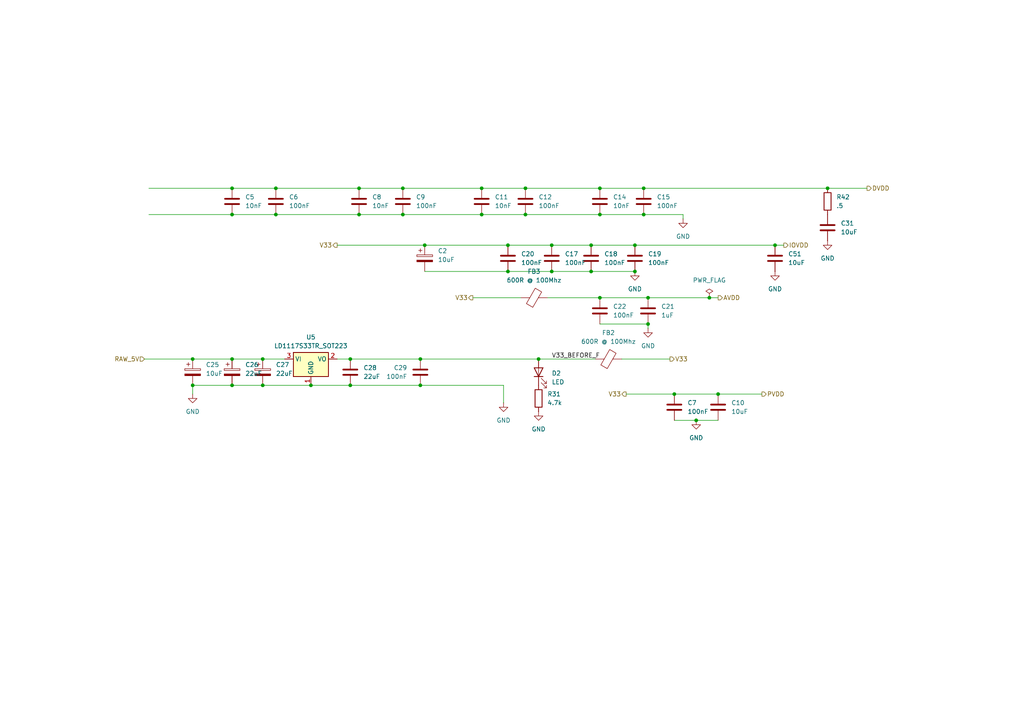
<source format=kicad_sch>
(kicad_sch (version 20231120) (generator "eeschema") (generator_version "8.0")
  (paper "A4")
  (lib_symbols
    (symbol "Device:C" (pin_numbers hide) (pin_names (offset 0.254))
      (property "Reference" "C" (at 0.635 2.54 0))
      (property "Value" "C" (at 0.635 -2.54 0))
      (symbol "C_0_1"
        (polyline (pts (xy -2.032 -0.762) (xy 2.032 -0.762)) (stroke (width 0.508)))
        (polyline (pts (xy -2.032 0.762) (xy 2.032 0.762)) (stroke (width 0.508)))
      )
      (symbol "C_1_1"
        (pin passive line (at 0 3.81 270) (length 2.794) (name "~") (number "1"))
        (pin passive line (at 0 -3.81 90) (length 2.794) (name "~") (number "2"))
      )
    )
    (symbol "Device:C_Polarized" (pin_numbers hide) (pin_names (offset 0.254))
      (property "Reference" "C" (at 0.635 2.54 0))
      (property "Value" "C_Polarized" (at 0.635 -2.54 0))
      (symbol "C_Polarized_0_1"
        (rectangle (start -2.286 0.508) (end 2.286 1.016))
        (polyline (pts (xy -1.778 2.286) (xy -0.762 2.286)))
        (polyline (pts (xy -1.27 2.794) (xy -1.27 1.778)))
        (rectangle (start 2.286 -0.508) (end -2.286 -1.016) (fill (type outline)))
      )
      (symbol "C_Polarized_1_1"
        (pin passive line (at 0 3.81 270) (length 2.794) (name "~") (number "1"))
        (pin passive line (at 0 -3.81 90) (length 2.794) (name "~") (number "2"))
      )
    )
    (symbol "Device:FerriteBead" (pin_numbers hide) (pin_names (offset 0))
      (property "Reference" "FB" (at -3.81 0.635 90))
      (property "Value" "FerriteBead" (at 3.81 0 90))
      (symbol "FerriteBead_0_1"
        (polyline (pts (xy 0 -1.27) (xy 0 -1.2192)))
        (polyline (pts (xy 0 1.27) (xy 0 1.2954)))
        (polyline (pts (xy -2.7686 0.4064) (xy -1.7018 2.2606) (xy 2.7686 -0.3048) (xy 1.6764 -2.159) (xy -2.7686 0.4064)))
      )
      (symbol "FerriteBead_1_1"
        (pin passive line (at 0 3.81 270) (length 2.54) (name "~") (number "1"))
        (pin passive line (at 0 -3.81 90) (length 2.54) (name "~") (number "2"))
      )
    )
    (symbol "Device:LED" (pin_numbers hide) (pin_names (offset 1.016) hide)
      (property "Reference" "D" (at 0 2.54 0))
      (property "Value" "LED" (at 0 -2.54 0))
      (symbol "LED_0_1"
        (polyline (pts (xy -1.27 -1.27) (xy -1.27 1.27)) (stroke (width 0.254)))
        (polyline (pts (xy -1.27 0) (xy 1.27 0)))
        (polyline (pts (xy 1.27 -1.27) (xy 1.27 1.27) (xy -1.27 0) (xy 1.27 -1.27)) (stroke (width 0.254)))
        (polyline (pts (xy -3.048 -0.762) (xy -4.572 -2.286) (xy -3.81 -2.286) (xy -4.572 -2.286) (xy -4.572 -1.524)))
        (polyline (pts (xy -1.778 -0.762) (xy -3.302 -2.286) (xy -2.54 -2.286) (xy -3.302 -2.286) (xy -3.302 -1.524)))
      )
      (symbol "LED_1_1"
        (pin passive line (at -3.81 0 0) (length 2.54) (name "K") (number "1"))
        (pin passive line (at 3.81 0 180) (length 2.54) (name "A") (number "2"))
      )
    )
    (symbol "Device:R" (pin_numbers hide) (pin_names (offset 0))
      (property "Reference" "R" (at 2.032 0 90))
      (property "Value" "R" (at 0 0 90))
      (symbol "R_0_1"
        (rectangle (start -1.016 -2.54) (end 1.016 2.54) (stroke (width 0.254)))
      )
      (symbol "R_1_1"
        (pin passive line (at 0 3.81 270) (length 1.27) (name "~") (number "1"))
        (pin passive line (at 0 -3.81 90) (length 1.27) (name "~") (number "2"))
      )
    )
    (symbol "Regulator_Linear:LD1117S33TR_SOT223"
      (property "Reference" "U" (at -3.81 3.175 0))
      (property "Value" "LD1117S33TR_SOT223" (at 0 3.175 0))
      (symbol "LD1117S33TR_SOT223_0_1"
        (rectangle (start -5.08 -5.08) (end 5.08 1.905) (stroke (width 0.254)) (fill (type background)))
      )
      (symbol "LD1117S33TR_SOT223_1_1"
        (pin power_in line (at 0 -7.62 90) (length 2.54) (name "GND") (number "1"))
        (pin power_out line (at 7.62 0 180) (length 2.54) (name "VO") (number "2"))
        (pin power_in line (at -7.62 0 0) (length 2.54) (name "VI") (number "3"))
      )
    )
    (symbol "power:GND" (power) (pin_numbers hide) (pin_names (offset 0) hide)
      (property "Value" "GND" (at 0 -3.81 0))
      (symbol "GND_0_1"
        (polyline (pts (xy 0 0) (xy 0 -1.27) (xy 1.27 -1.27) (xy 0 -2.54) (xy -1.27 -1.27) (xy 0 -1.27)))
      )
      (symbol "GND_1_1"
        (pin power_in line (at 0 0 270) (length 0) (name "~") (number "1"))
      )
    )
    (symbol "power:PWR_FLAG" (power) (pin_numbers hide) (pin_names (offset 0) hide)
      (property "Value" "PWR_FLAG" (at 0 3.81 0))
      (symbol "PWR_FLAG_0_0"
        (pin power_out line (at 0 0 90) (length 0) (name "~") (number "1"))
      )
      (symbol "PWR_FLAG_0_1"
        (polyline (pts (xy 0 0) (xy 0 1.27) (xy -1.016 1.905) (xy 0 2.54) (xy 1.016 1.905) (xy 0 1.27)))
      )
    )
  )
  (junction (at 101.6 104.14))
  (junction (at 116.84 54.61))
  (junction (at 116.84 62.23))
  (junction (at 104.14 62.23))
  (junction (at 121.92 111.76))
  (junction (at 67.31 111.76))
  (junction (at 147.32 71.12))
  (junction (at 76.2 104.14))
  (junction (at 139.7 62.23))
  (junction (at 152.4 54.61))
  (junction (at 67.31 104.14))
  (junction (at 156.21 104.14))
  (junction (at 160.02 78.74))
  (junction (at 184.15 71.12))
  (junction (at 55.88 111.76))
  (junction (at 76.2 111.76))
  (junction (at 173.99 54.61))
  (junction (at 205.74 86.36))
  (junction (at 80.01 54.61))
  (junction (at 186.69 54.61))
  (junction (at 240.03 54.61))
  (junction (at 160.02 71.12))
  (junction (at 171.45 78.74))
  (junction (at 208.28 114.3))
  (junction (at 195.58 114.3))
  (junction (at 67.31 54.61))
  (junction (at 201.93 121.92))
  (junction (at 90.17 111.76))
  (junction (at 67.31 62.23))
  (junction (at 184.15 78.74))
  (junction (at 187.96 93.98))
  (junction (at 123.19 71.12))
  (junction (at 224.79 71.12))
  (junction (at 171.45 71.12))
  (junction (at 187.96 86.36))
  (junction (at 152.4 62.23))
  (junction (at 104.14 54.61))
  (junction (at 147.32 78.74))
  (junction (at 80.01 62.23))
  (junction (at 139.7 54.61))
  (junction (at 121.92 104.14))
  (junction (at 186.69 62.23))
  (junction (at 173.99 62.23))
  (junction (at 173.99 86.36))
  (junction (at 55.88 104.14))
  (junction (at 101.6 111.76))
  (wire (pts (xy 101.6 104.14) (xy 121.92 104.14)))
  (wire (pts (xy 121.92 111.76) (xy 146.05 111.76)))
  (wire (pts (xy 43.18 54.61) (xy 67.31 54.61)))
  (wire (pts (xy 116.84 54.61) (xy 139.7 54.61)))
  (wire (pts (xy 67.31 54.61) (xy 80.01 54.61)))
  (wire (pts (xy 186.69 62.23) (xy 198.12 62.23)))
  (wire (pts (xy 97.79 71.12) (xy 123.19 71.12)))
  (wire (pts (xy 187.96 86.36) (xy 205.74 86.36)))
  (wire (pts (xy 41.91 104.14) (xy 55.88 104.14)))
  (wire (pts (xy 139.7 62.23) (xy 152.4 62.23)))
  (wire (pts (xy 173.99 93.98) (xy 187.96 93.98)))
  (wire (pts (xy 137.16 86.36) (xy 151.13 86.36)))
  (wire (pts (xy 224.79 71.12) (xy 227.33 71.12)))
  (wire (pts (xy 240.03 54.61) (xy 251.46 54.61)))
  (wire (pts (xy 67.31 111.76) (xy 76.2 111.76)))
  (wire (pts (xy 173.99 86.36) (xy 187.96 86.36)))
  (wire (pts (xy 67.31 62.23) (xy 80.01 62.23)))
  (wire (pts (xy 156.21 104.14) (xy 172.72 104.14)))
  (wire (pts (xy 67.31 104.14) (xy 76.2 104.14)))
  (wire (pts (xy 205.74 86.36) (xy 208.28 86.36)))
  (wire (pts (xy 76.2 104.14) (xy 82.55 104.14)))
  (wire (pts (xy 139.7 54.61) (xy 152.4 54.61)))
  (wire (pts (xy 76.2 111.76) (xy 90.17 111.76)))
  (wire (pts (xy 90.17 111.76) (xy 101.6 111.76)))
  (wire (pts (xy 55.88 111.76) (xy 55.88 114.3)))
  (wire (pts (xy 173.99 62.23) (xy 186.69 62.23)))
  (wire (pts (xy 198.12 62.23) (xy 198.12 63.5)))
  (wire (pts (xy 160.02 78.74) (xy 171.45 78.74)))
  (wire (pts (xy 123.19 78.74) (xy 147.32 78.74)))
  (wire (pts (xy 146.05 111.76) (xy 146.05 116.84)))
  (wire (pts (xy 160.02 71.12) (xy 171.45 71.12)))
  (wire (pts (xy 101.6 111.76) (xy 121.92 111.76)))
  (wire (pts (xy 208.28 114.3) (xy 220.98 114.3)))
  (wire (pts (xy 186.69 54.61) (xy 240.03 54.61)))
  (wire (pts (xy 121.92 104.14) (xy 156.21 104.14)))
  (wire (pts (xy 187.96 93.98) (xy 187.96 95.25)))
  (wire (pts (xy 180.34 104.14) (xy 194.31 104.14)))
  (wire (pts (xy 184.15 71.12) (xy 224.79 71.12)))
  (wire (pts (xy 158.75 86.36) (xy 173.99 86.36)))
  (wire (pts (xy 97.79 104.14) (xy 101.6 104.14)))
  (wire (pts (xy 171.45 78.74) (xy 184.15 78.74)))
  (wire (pts (xy 147.32 71.12) (xy 160.02 71.12)))
  (wire (pts (xy 171.45 71.12) (xy 184.15 71.12)))
  (wire (pts (xy 195.58 121.92) (xy 201.93 121.92)))
  (wire (pts (xy 43.18 62.23) (xy 67.31 62.23)))
  (wire (pts (xy 147.32 78.74) (xy 160.02 78.74)))
  (wire (pts (xy 152.4 62.23) (xy 173.99 62.23)))
  (wire (pts (xy 201.93 121.92) (xy 208.28 121.92)))
  (wire (pts (xy 116.84 62.23) (xy 139.7 62.23)))
  (wire (pts (xy 104.14 54.61) (xy 116.84 54.61)))
  (wire (pts (xy 123.19 71.12) (xy 147.32 71.12)))
  (wire (pts (xy 80.01 54.61) (xy 104.14 54.61)))
  (wire (pts (xy 55.88 104.14) (xy 67.31 104.14)))
  (wire (pts (xy 104.14 62.23) (xy 116.84 62.23)))
  (wire (pts (xy 152.4 54.61) (xy 173.99 54.61)))
  (wire (pts (xy 195.58 114.3) (xy 181.61 114.3)))
  (wire (pts (xy 173.99 54.61) (xy 186.69 54.61)))
  (wire (pts (xy 55.88 111.76) (xy 67.31 111.76)))
  (wire (pts (xy 80.01 62.23) (xy 104.14 62.23)))
  (wire (pts (xy 195.58 114.3) (xy 208.28 114.3)))
  (label "V33_BEFORE_F" (at 160.02 104.14 0))
  (hierarchical_label "IOVDD" (shape output) (at 227.33 71.12 0))
  (hierarchical_label "V33" (shape output) (at 181.61 114.3 180))
  (hierarchical_label "DVDD" (shape output) (at 251.46 54.61 0))
  (hierarchical_label "V33" (shape output) (at 194.31 104.14 0))
  (hierarchical_label "RAW_5V" (shape input) (at 41.91 104.14 180))
  (hierarchical_label "PVDD" (shape output) (at 220.98 114.3 0))
  (hierarchical_label "V33" (shape output) (at 137.16 86.36 180))
  (hierarchical_label "AVDD" (shape output) (at 208.28 86.36 0))
  (hierarchical_label "V33" (shape output) (at 97.79 71.12 180))
  (symbol (lib_id "Device:R") (at 156.21 115.57 0) (unit 1)
    (property "Reference" "R31" (at 158.75 114.2999 0) (effects (justify left)))
    (property "Value" "4.7k" (at 158.75 116.8399 0) (effects (justify left)))
    (property "Footprint" "Resistor_SMD:R_0603_1608Metric" (effects (hide yes)))
    (property "Description" "Resistor" (effects (hide yes)))
  )
  (symbol (lib_id "power:GND") (at 184.15 78.74 0) (unit 1)
    (property "Reference" "#PWR019" (effects (hide yes)))
    (property "Value" "GND" (at 184.15 83.82 0))
    (property "Description" "Power symbol creates a global label with name \"GND\" , ground" (effects (hide yes)))
  )
  (symbol (lib_id "Device:C") (at 104.14 58.42 0) (unit 1)
    (property "Reference" "C8" (at 107.95 57.1499 0) (effects (justify left)))
    (property "Value" "10nF" (at 107.95 59.6899 0) (effects (justify left)))
    (property "Footprint" "Capacitor_SMD:C_0603_1608Metric" (effects (hide yes)))
    (property "Description" "Unpolarized capacitor" (effects (hide yes)))
  )
  (symbol (lib_id "Device:LED") (at 156.21 107.95 90) (unit 1)
    (property "Reference" "D2" (at 160.02 108.2674 90) (effects (justify right)))
    (property "Value" "LED" (at 160.02 110.8074 90) (effects (justify right)))
    (property "Footprint" "LED_SMD:LED_0805_2012Metric_Pad1.15x1.40mm_HandSolder" (effects (hide yes)))
    (property "Description" "Light emitting diode" (effects (hide yes)))
  )
  (symbol (lib_id "power:GND") (at 224.79 78.74 0) (unit 1)
    (property "Reference" "#PWR051" (effects (hide yes)))
    (property "Value" "GND" (at 224.79 83.82 0))
    (property "Description" "Power symbol creates a global label with name \"GND\" , ground" (effects (hide yes)))
  )
  (symbol (lib_id "Device:C") (at 80.01 58.42 0) (unit 1)
    (property "Reference" "C6" (at 83.82 57.1499 0) (effects (justify left)))
    (property "Value" "100nF" (at 83.82 59.6899 0) (effects (justify left)))
    (property "Footprint" "Capacitor_SMD:C_0603_1608Metric" (effects (hide yes)))
    (property "Description" "Unpolarized capacitor" (effects (hide yes)))
  )
  (symbol (lib_id "Device:C_Polarized") (at 67.31 107.95 0) (unit 1)
    (property "Reference" "C26" (at 71.12 105.7909 0) (effects (justify left)))
    (property "Value" "22uF" (at 71.12 108.3309 0) (effects (justify left)))
    (property "Footprint" "Capacitor_SMD:CP_Elec_4x4.5" (effects (hide yes)))
    (property "Description" "Polarized capacitor" (effects (hide yes)))
  )
  (symbol (lib_id "Device:FerriteBead") (at 154.94 86.36 90) (unit 1)
    (property "Reference" "FB3" (at 154.8892 78.74 90))
    (property "Value" "600R @ 100Mhz" (at 154.8892 81.28 90))
    (property "Footprint" "Resistor_SMD:R_0805_2012Metric" (effects (hide yes)))
    (property "Description" "Ferrite bead" (effects (hide yes)))
  )
  (symbol (lib_id "Device:C") (at 187.96 90.17 0) (unit 1)
    (property "Reference" "C21" (at 191.77 88.8999 0) (effects (justify left)))
    (property "Value" "1uF" (at 191.77 91.4399 0) (effects (justify left)))
    (property "Footprint" "Capacitor_SMD:C_0603_1608Metric" (effects (hide yes)))
    (property "Description" "Unpolarized capacitor" (effects (hide yes)))
  )
  (symbol (lib_id "Device:C") (at 152.4 58.42 0) (unit 1)
    (property "Reference" "C12" (at 156.21 57.1499 0) (effects (justify left)))
    (property "Value" "100nF" (at 156.21 59.6899 0) (effects (justify left)))
    (property "Footprint" "Capacitor_SMD:C_0603_1608Metric" (effects (hide yes)))
    (property "Description" "Unpolarized capacitor" (effects (hide yes)))
  )
  (symbol (lib_id "Device:C") (at 186.69 58.42 0) (unit 1)
    (property "Reference" "C15" (at 190.5 57.1499 0) (effects (justify left)))
    (property "Value" "100nF" (at 190.5 59.6899 0) (effects (justify left)))
    (property "Footprint" "Capacitor_SMD:C_0603_1608Metric" (effects (hide yes)))
    (property "Description" "Unpolarized capacitor" (effects (hide yes)))
  )
  (symbol (lib_id "Device:FerriteBead") (at 176.53 104.14 90) (unit 1)
    (property "Reference" "FB2" (at 176.4792 96.52 90))
    (property "Value" "600R @ 100Mhz" (at 176.4792 99.06 90))
    (property "Footprint" "Resistor_SMD:R_0805_2012Metric" (effects (hide yes)))
    (property "Description" "Ferrite bead" (effects (hide yes)))
  )
  (symbol (lib_id "Device:C") (at 67.31 58.42 0) (unit 1)
    (property "Reference" "C5" (at 71.12 57.1499 0) (effects (justify left)))
    (property "Value" "10nF" (at 71.12 59.6899 0) (effects (justify left)))
    (property "Footprint" "Capacitor_SMD:C_0603_1608Metric" (effects (hide yes)))
    (property "Description" "Unpolarized capacitor" (effects (hide yes)))
  )
  (symbol (lib_id "power:GND") (at 198.12 63.5 0) (unit 1)
    (property "Reference" "#PWR020" (effects (hide yes)))
    (property "Value" "GND" (at 198.12 68.58 0))
    (property "Description" "Power symbol creates a global label with name \"GND\" , ground" (effects (hide yes)))
  )
  (symbol (lib_id "Device:C") (at 116.84 58.42 0) (unit 1)
    (property "Reference" "C9" (at 120.65 57.1499 0) (effects (justify left)))
    (property "Value" "100nF" (at 120.65 59.6899 0) (effects (justify left)))
    (property "Footprint" "Capacitor_SMD:C_0603_1608Metric" (effects (hide yes)))
    (property "Description" "Unpolarized capacitor" (effects (hide yes)))
  )
  (symbol (lib_id "Device:C") (at 160.02 74.93 0) (unit 1)
    (property "Reference" "C17" (at 163.83 73.6599 0) (effects (justify left)))
    (property "Value" "100nF" (at 163.83 76.1999 0) (effects (justify left)))
    (property "Footprint" "Capacitor_SMD:C_0603_1608Metric" (effects (hide yes)))
    (property "Description" "Unpolarized capacitor" (effects (hide yes)))
  )
  (symbol (lib_id "Device:C") (at 240.03 66.04 0) (unit 1)
    (property "Reference" "C31" (at 243.84 64.7699 0) (effects (justify left)))
    (property "Value" "10uF" (at 243.84 67.3099 0) (effects (justify left)))
    (property "Footprint" "Capacitor_SMD:C_0603_1608Metric" (effects (hide yes)))
    (property "Description" "Unpolarized capacitor" (effects (hide yes)))
  )
  (symbol (lib_id "power:GND") (at 55.88 114.3 0) (unit 1)
    (property "Reference" "#PWR016" (effects (hide yes)))
    (property "Value" "GND" (at 55.88 119.38 0))
    (property "Description" "Power symbol creates a global label with name \"GND\" , ground" (effects (hide yes)))
  )
  (symbol (lib_id "Device:C_Polarized") (at 76.2 107.95 0) (unit 1)
    (property "Reference" "C27" (at 80.01 105.7909 0) (effects (justify left)))
    (property "Value" "22uF" (at 80.01 108.3309 0) (effects (justify left)))
    (property "Footprint" "Capacitor_SMD:CP_Elec_4x4.5" (effects (hide yes)))
    (property "Description" "Polarized capacitor" (effects (hide yes)))
  )
  (symbol (lib_id "Device:C") (at 195.58 118.11 0) (unit 1)
    (property "Reference" "C7" (at 199.39 116.8399 0) (effects (justify left)))
    (property "Value" "100nF" (at 199.39 119.3799 0) (effects (justify left)))
    (property "Footprint" "Capacitor_SMD:C_0603_1608Metric" (effects (hide yes)))
    (property "Description" "Unpolarized capacitor" (effects (hide yes)))
  )
  (symbol (lib_id "power:GND") (at 240.03 69.85 0) (unit 1)
    (property "Reference" "#PWR050" (effects (hide yes)))
    (property "Value" "GND" (at 240.03 74.93 0))
    (property "Description" "Power symbol creates a global label with name \"GND\" , ground" (effects (hide yes)))
  )
  (symbol (lib_id "Device:C") (at 171.45 74.93 0) (unit 1)
    (property "Reference" "C18" (at 175.26 73.6599 0) (effects (justify left)))
    (property "Value" "100nF" (at 175.26 76.1999 0) (effects (justify left)))
    (property "Footprint" "Capacitor_SMD:C_0603_1608Metric" (effects (hide yes)))
    (property "Description" "Unpolarized capacitor" (effects (hide yes)))
  )
  (symbol (lib_id "Device:C_Polarized") (at 123.19 74.93 0) (unit 1)
    (property "Reference" "C2" (at 127 72.7709 0) (effects (justify left)))
    (property "Value" "10uF" (at 127 75.3109 0) (effects (justify left)))
    (property "Footprint" "Capacitor_SMD:CP_Elec_4x4.5" (effects (hide yes)))
    (property "Description" "Polarized capacitor" (effects (hide yes)))
  )
  (symbol (lib_id "Device:C") (at 121.92 107.95 0) (mirror y) (unit 1)
    (property "Reference" "C29" (at 118.11 106.6799 0) (effects (justify left)))
    (property "Value" "100nF" (at 118.11 109.2199 0) (effects (justify left)))
    (property "Footprint" "Capacitor_SMD:C_0603_1608Metric" (effects (hide yes)))
    (property "Description" "Unpolarized capacitor" (effects (hide yes)))
  )
  (symbol (lib_id "power:GND") (at 146.05 116.84 0) (unit 1)
    (property "Reference" "#PWR017" (effects (hide yes)))
    (property "Value" "GND" (at 146.05 121.92 0))
    (property "Description" "Power symbol creates a global label with name \"GND\" , ground" (effects (hide yes)))
  )
  (symbol (lib_id "Device:C") (at 224.79 74.93 0) (unit 1)
    (property "Reference" "C51" (at 228.6 73.6599 0) (effects (justify left)))
    (property "Value" "10uF" (at 228.6 76.1999 0) (effects (justify left)))
    (property "Footprint" "Capacitor_SMD:C_0603_1608Metric" (effects (hide yes)))
    (property "Description" "Unpolarized capacitor" (effects (hide yes)))
  )
  (symbol (lib_id "Device:C") (at 101.6 107.95 0) (unit 1)
    (property "Reference" "C28" (at 105.41 106.6799 0) (effects (justify left)))
    (property "Value" "22uF" (at 105.41 109.2199 0) (effects (justify left)))
    (property "Footprint" "Capacitor_SMD:C_0603_1608Metric" (effects (hide yes)))
    (property "Description" "Unpolarized capacitor" (effects (hide yes)))
  )
  (symbol (lib_id "power:GND") (at 201.93 121.92 0) (unit 1)
    (property "Reference" "#PWR055" (effects (hide yes)))
    (property "Value" "GND" (at 201.93 127 0))
    (property "Description" "Power symbol creates a global label with name \"GND\" , ground" (effects (hide yes)))
  )
  (symbol (lib_id "Device:C") (at 173.99 90.17 0) (unit 1)
    (property "Reference" "C22" (at 177.8 88.8999 0) (effects (justify left)))
    (property "Value" "100nF" (at 177.8 91.4399 0) (effects (justify left)))
    (property "Footprint" "Capacitor_SMD:C_0603_1608Metric" (effects (hide yes)))
    (property "Description" "Unpolarized capacitor" (effects (hide yes)))
  )
  (symbol (lib_id "Regulator_Linear:LD1117S33TR_SOT223") (at 90.17 104.14 0) (unit 1)
    (property "Reference" "U5" (at 90.17 97.79 0))
    (property "Value" "LD1117S33TR_SOT223" (at 90.17 100.33 0))
    (property "Footprint" "Package_TO_SOT_SMD:SOT-223-3_TabPin2" (effects (hide yes)))
    (property "Datasheet" "http://www.st.com/st-web-ui/static/active/en/resource/technical/document/datasheet/CD00000544.pdf" (effects (hide yes)))
    (property "Description" "800mA Fixed Low Drop Positive Voltage Regulator, Fixed Output 3.3V, SOT-223" (effects (hide yes)))
  )
  (symbol (lib_id "Device:C") (at 147.32 74.93 0) (unit 1)
    (property "Reference" "C20" (at 151.13 73.6599 0) (effects (justify left)))
    (property "Value" "100nF" (at 151.13 76.1999 0) (effects (justify left)))
    (property "Footprint" "Capacitor_SMD:C_0603_1608Metric" (effects (hide yes)))
    (property "Description" "Unpolarized capacitor" (effects (hide yes)))
  )
  (symbol (lib_id "Device:C") (at 184.15 74.93 0) (unit 1)
    (property "Reference" "C19" (at 187.96 73.6599 0) (effects (justify left)))
    (property "Value" "100nF" (at 187.96 76.1999 0) (effects (justify left)))
    (property "Footprint" "Capacitor_SMD:C_0603_1608Metric" (effects (hide yes)))
    (property "Description" "Unpolarized capacitor" (effects (hide yes)))
  )
  (symbol (lib_id "Device:R") (at 240.03 58.42 0) (unit 1)
    (property "Reference" "R42" (at 242.57 57.1499 0) (effects (justify left)))
    (property "Value" ".5" (at 242.57 59.6899 0) (effects (justify left)))
    (property "Footprint" "Resistor_SMD:R_0603_1608Metric" (effects (hide yes)))
    (property "Description" "Resistor" (effects (hide yes)))
  )
  (symbol (lib_id "Device:C_Polarized") (at 55.88 107.95 0) (unit 1)
    (property "Reference" "C25" (at 59.69 105.7909 0) (effects (justify left)))
    (property "Value" "10uF" (at 59.69 108.3309 0) (effects (justify left)))
    (property "Footprint" "Capacitor_SMD:CP_Elec_4x4.5" (effects (hide yes)))
    (property "Description" "Polarized capacitor" (effects (hide yes)))
  )
  (symbol (lib_id "Device:C") (at 139.7 58.42 0) (unit 1)
    (property "Reference" "C11" (at 143.51 57.1499 0) (effects (justify left)))
    (property "Value" "10nF" (at 143.51 59.6899 0) (effects (justify left)))
    (property "Footprint" "Capacitor_SMD:C_0603_1608Metric" (effects (hide yes)))
    (property "Description" "Unpolarized capacitor" (effects (hide yes)))
  )
  (symbol (lib_id "Device:C") (at 208.28 118.11 0) (unit 1)
    (property "Reference" "C10" (at 212.09 116.8399 0) (effects (justify left)))
    (property "Value" "10uF" (at 212.09 119.3799 0) (effects (justify left)))
    (property "Footprint" "Capacitor_SMD:C_0603_1608Metric" (effects (hide yes)))
    (property "Description" "Unpolarized capacitor" (effects (hide yes)))
  )
  (symbol (lib_id "power:GND") (at 156.21 119.38 0) (unit 1)
    (property "Reference" "#PWR031" (effects (hide yes)))
    (property "Value" "GND" (at 156.21 124.46 0))
    (property "Description" "Power symbol creates a global label with name \"GND\" , ground" (effects (hide yes)))
  )
  (symbol (lib_id "power:PWR_FLAG") (at 205.74 86.36 0) (unit 1)
    (property "Reference" "#FLG04" (effects (hide yes)))
    (property "Value" "PWR_FLAG" (at 205.74 81.28 0))
    (property "Description" "Special symbol for telling ERC where power comes from" (effects (hide yes)))
  )
  (symbol (lib_id "power:GND") (at 187.96 95.25 0) (unit 1)
    (property "Reference" "#PWR018" (effects (hide yes)))
    (property "Value" "GND" (at 187.96 100.33 0))
    (property "Description" "Power symbol creates a global label with name \"GND\" , ground" (effects (hide yes)))
  )
  (symbol (lib_id "Device:C") (at 173.99 58.42 0) (unit 1)
    (property "Reference" "C14" (at 177.8 57.1499 0) (effects (justify left)))
    (property "Value" "10nF" (at 177.8 59.6899 0) (effects (justify left)))
    (property "Footprint" "Capacitor_SMD:C_0603_1608Metric" (effects (hide yes)))
    (property "Description" "Unpolarized capacitor" (effects (hide yes)))
  )
)
</source>
